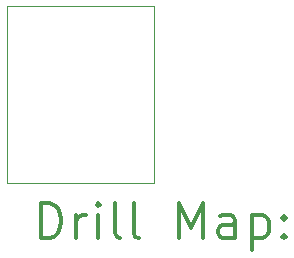
<source format=gbr>
%FSLAX45Y45*%
G04 Gerber Fmt 4.5, Leading zero omitted, Abs format (unit mm)*
G04 Created by KiCad (PCBNEW (5.1.5)-3) date 2020-05-06 05:02:33*
%MOMM*%
%LPD*%
G04 APERTURE LIST*
%TA.AperFunction,Profile*%
%ADD10C,0.050000*%
%TD*%
%ADD11C,0.200000*%
%ADD12C,0.300000*%
G04 APERTURE END LIST*
D10*
X14312900Y-5683250D02*
X14312900Y-4184650D01*
X15557500Y-5683250D02*
X14312900Y-5683250D01*
X15557500Y-4184650D02*
X15557500Y-5683250D01*
X14312900Y-4184650D02*
X15557500Y-4184650D01*
D11*
D12*
X14596828Y-6151464D02*
X14596828Y-5851464D01*
X14668257Y-5851464D01*
X14711114Y-5865750D01*
X14739686Y-5894321D01*
X14753971Y-5922893D01*
X14768257Y-5980036D01*
X14768257Y-6022893D01*
X14753971Y-6080036D01*
X14739686Y-6108607D01*
X14711114Y-6137179D01*
X14668257Y-6151464D01*
X14596828Y-6151464D01*
X14896828Y-6151464D02*
X14896828Y-5951464D01*
X14896828Y-6008607D02*
X14911114Y-5980036D01*
X14925400Y-5965750D01*
X14953971Y-5951464D01*
X14982543Y-5951464D01*
X15082543Y-6151464D02*
X15082543Y-5951464D01*
X15082543Y-5851464D02*
X15068257Y-5865750D01*
X15082543Y-5880036D01*
X15096828Y-5865750D01*
X15082543Y-5851464D01*
X15082543Y-5880036D01*
X15268257Y-6151464D02*
X15239686Y-6137179D01*
X15225400Y-6108607D01*
X15225400Y-5851464D01*
X15425400Y-6151464D02*
X15396828Y-6137179D01*
X15382543Y-6108607D01*
X15382543Y-5851464D01*
X15768257Y-6151464D02*
X15768257Y-5851464D01*
X15868257Y-6065750D01*
X15968257Y-5851464D01*
X15968257Y-6151464D01*
X16239686Y-6151464D02*
X16239686Y-5994321D01*
X16225400Y-5965750D01*
X16196828Y-5951464D01*
X16139686Y-5951464D01*
X16111114Y-5965750D01*
X16239686Y-6137179D02*
X16211114Y-6151464D01*
X16139686Y-6151464D01*
X16111114Y-6137179D01*
X16096828Y-6108607D01*
X16096828Y-6080036D01*
X16111114Y-6051464D01*
X16139686Y-6037179D01*
X16211114Y-6037179D01*
X16239686Y-6022893D01*
X16382543Y-5951464D02*
X16382543Y-6251464D01*
X16382543Y-5965750D02*
X16411114Y-5951464D01*
X16468257Y-5951464D01*
X16496828Y-5965750D01*
X16511114Y-5980036D01*
X16525400Y-6008607D01*
X16525400Y-6094321D01*
X16511114Y-6122893D01*
X16496828Y-6137179D01*
X16468257Y-6151464D01*
X16411114Y-6151464D01*
X16382543Y-6137179D01*
X16653971Y-6122893D02*
X16668257Y-6137179D01*
X16653971Y-6151464D01*
X16639686Y-6137179D01*
X16653971Y-6122893D01*
X16653971Y-6151464D01*
X16653971Y-5965750D02*
X16668257Y-5980036D01*
X16653971Y-5994321D01*
X16639686Y-5980036D01*
X16653971Y-5965750D01*
X16653971Y-5994321D01*
M02*

</source>
